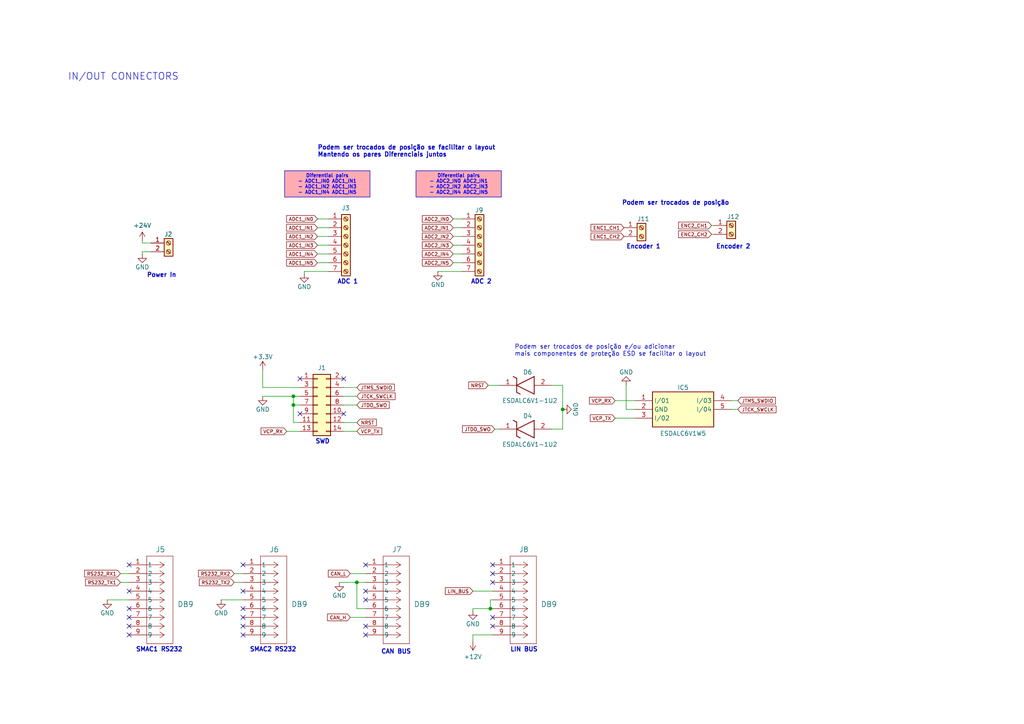
<source format=kicad_sch>
(kicad_sch (version 20250114) (generator "eeschema") (generator_version "9.0")
  (paper "A4")
  (title_block (title "STM32F7 KeyTestBox") (date "2023-08-17") (rev "V1.0") (company "Preh"))
  (lib_symbols
    (symbol "Conn_DB9:2301843-1" (pin_names (offset 0.254))
      (property "Reference" "J" (at 8.89 6.35 0))
      (property "Value" "2301843-1" (at 0 0 0))
      (symbol "2301843-1_1_1"
        (polyline (pts (xy 5.08 2.54) (xy 5.08 -22.86)) (stroke (width 0.127)))
        (polyline (pts (xy 5.08 -22.86) (xy 12.7 -22.86)) (stroke (width 0.127)))
        (polyline (pts (xy 10.16 0) (xy 5.08 0)) (stroke (width 0.127)))
        (polyline (pts (xy 10.16 0) (xy 8.89 0.8467)) (stroke (width 0.127)))
        (polyline (pts (xy 10.16 0) (xy 8.89 -0.8467)) (stroke (width 0.127)))
        (polyline (pts (xy 10.16 -2.54) (xy 5.08 -2.54)) (stroke (width 0.127)))
        (polyline (pts (xy 10.16 -2.54) (xy 8.89 -1.6933)) (stroke (width 0.127)))
        (polyline (pts (xy 10.16 -2.54) (xy 8.89 -3.3867)) (stroke (width 0.127)))
        (polyline (pts (xy 10.16 -5.08) (xy 5.08 -5.08)) (stroke (width 0.127)))
        (polyline (pts (xy 10.16 -5.08) (xy 8.89 -4.2333)) (stroke (width 0.127)))
        (polyline (pts (xy 10.16 -5.08) (xy 8.89 -5.9267)) (stroke (width 0.127)))
        (polyline (pts (xy 10.16 -7.62) (xy 5.08 -7.62)) (stroke (width 0.127)))
        (polyline (pts (xy 10.16 -7.62) (xy 8.89 -6.7733)) (stroke (width 0.127)))
        (polyline (pts (xy 10.16 -7.62) (xy 8.89 -8.4667)) (stroke (width 0.127)))
        (polyline (pts (xy 10.16 -10.16) (xy 5.08 -10.16)) (stroke (width 0.127)))
        (polyline (pts (xy 10.16 -10.16) (xy 8.89 -9.3133)) (stroke (width 0.127)))
        (polyline (pts (xy 10.16 -10.16) (xy 8.89 -11.0067)) (stroke (width 0.127)))
        (polyline (pts (xy 10.16 -12.7) (xy 5.08 -12.7)) (stroke (width 0.127)))
        (polyline (pts (xy 10.16 -12.7) (xy 8.89 -11.8533)) (stroke (width 0.127)))
        (polyline (pts (xy 10.16 -12.7) (xy 8.89 -13.5467)) (stroke (width 0.127)))
        (polyline (pts (xy 10.16 -15.24) (xy 5.08 -15.24)) (stroke (width 0.127)))
        (polyline (pts (xy 10.16 -15.24) (xy 8.89 -14.3933)) (stroke (width 0.127)))
        (polyline (pts (xy 10.16 -15.24) (xy 8.89 -16.0867)) (stroke (width 0.127)))
        (polyline (pts (xy 10.16 -17.78) (xy 5.08 -17.78)) (stroke (width 0.127)))
        (polyline (pts (xy 10.16 -17.78) (xy 8.89 -16.9333)) (stroke (width 0.127)))
        (polyline (pts (xy 10.16 -17.78) (xy 8.89 -18.6267)) (stroke (width 0.127)))
        (polyline (pts (xy 10.16 -20.32) (xy 5.08 -20.32)) (stroke (width 0.127)))
        (polyline (pts (xy 10.16 -20.32) (xy 8.89 -19.4733)) (stroke (width 0.127)))
        (polyline (pts (xy 10.16 -20.32) (xy 8.89 -21.1667)) (stroke (width 0.127)))
        (polyline (pts (xy 12.7 2.54) (xy 5.08 2.54)) (stroke (width 0.127)))
        (polyline (pts (xy 12.7 -22.86) (xy 12.7 2.54)) (stroke (width 0.127)))
        (pin unspecified line (at 0 0 0) (length 5.08) (name "1") (number "1"))
        (pin unspecified line (at 0 -2.54 0) (length 5.08) (name "2") (number "2"))
        (pin unspecified line (at 0 -5.08 0) (length 5.08) (name "3") (number "3"))
        (pin unspecified line (at 0 -7.62 0) (length 5.08) (name "4") (number "4"))
        (pin unspecified line (at 0 -10.16 0) (length 5.08) (name "5") (number "5"))
        (pin unspecified line (at 0 -12.7 0) (length 5.08) (name "6") (number "6"))
        (pin unspecified line (at 0 -15.24 0) (length 5.08) (name "7") (number "7"))
        (pin unspecified line (at 0 -17.78 0) (length 5.08) (name "8") (number "8"))
        (pin unspecified line (at 0 -20.32 0) (length 5.08) (name "9") (number "9"))
      )
      (symbol "2301843-1_1_2"
        (polyline (pts (xy 5.08 2.54) (xy 5.08 -22.86)) (stroke (width 0.127)))
        (polyline (pts (xy 5.08 -22.86) (xy 12.7 -22.86)) (stroke (width 0.127)))
        (polyline (pts (xy 7.62 0) (xy 5.08 0)) (stroke (width 0.127)))
        (polyline (pts (xy 7.62 0) (xy 8.89 0.8467)) (stroke (width 0.127)))
        (polyline (pts (xy 7.62 0) (xy 8.89 -0.8467)) (stroke (width 0.127)))
        (polyline (pts (xy 7.62 -2.54) (xy 5.08 -2.54)) (stroke (width 0.127)))
        (polyline (pts (xy 7.62 -2.54) (xy 8.89 -1.6933)) (stroke (width 0.127)))
        (polyline (pts (xy 7.62 -2.54) (xy 8.89 -3.3867)) (stroke (width 0.127)))
        (polyline (pts (xy 7.62 -5.08) (xy 5.08 -5.08)) (stroke (width 0.127)))
        (polyline (pts (xy 7.62 -5.08) (xy 8.89 -4.2333)) (stroke (width 0.127)))
        (polyline (pts (xy 7.62 -5.08) (xy 8.89 -5.9267)) (stroke (width 0.127)))
        (polyline (pts (xy 7.62 -7.62) (xy 5.08 -7.62)) (stroke (width 0.127)))
        (polyline (pts (xy 7.62 -7.62) (xy 8.89 -6.7733)) (stroke (width 0.127)))
        (polyline (pts (xy 7.62 -7.62) (xy 8.89 -8.4667)) (stroke (width 0.127)))
        (polyline (pts (xy 7.62 -10.16) (xy 5.08 -10.16)) (stroke (width 0.127)))
        (polyline (pts (xy 7.62 -10.16) (xy 8.89 -9.3133)) (stroke (width 0.127)))
        (polyline (pts (xy 7.62 -10.16) (xy 8.89 -11.0067)) (stroke (width 0.127)))
        (polyline (pts (xy 7.62 -12.7) (xy 5.08 -12.7)) (stroke (width 0.127)))
        (polyline (pts (xy 7.62 -12.7) (xy 8.89 -11.8533)) (stroke (width 0.127)))
        (polyline (pts (xy 7.62 -12.7) (xy 8.89 -13.5467)) (stroke (width 0.127)))
        (polyline (pts (xy 7.62 -15.24) (xy 5.08 -15.24)) (stroke (width 0.127)))
        (polyline (pts (xy 7.62 -15.24) (xy 8.89 -14.3933)) (stroke (width 0.127)))
        (polyline (pts (xy 7.62 -15.24) (xy 8.89 -16.0867)) (stroke (width 0.127)))
        (polyline (pts (xy 7.62 -17.78) (xy 5.08 -17.78)) (stroke (width 0.127)))
        (polyline (pts (xy 7.62 -17.78) (xy 8.89 -16.9333)) (stroke (width 0.127)))
        (polyline (pts (xy 7.62 -17.78) (xy 8.89 -18.6267)) (stroke (width 0.127)))
        (polyline (pts (xy 7.62 -20.32) (xy 5.08 -20.32)) (stroke (width 0.127)))
        (polyline (pts (xy 7.62 -20.32) (xy 8.89 -19.4733)) (stroke (width 0.127)))
        (polyline (pts (xy 7.62 -20.32) (xy 8.89 -21.1667)) (stroke (width 0.127)))
        (polyline (pts (xy 12.7 2.54) (xy 5.08 2.54)) (stroke (width 0.127)))
        (polyline (pts (xy 12.7 -22.86) (xy 12.7 2.54)) (stroke (width 0.127)))
        (pin unspecified line (at 0 0 0) (length 5.08) (name "1") (number "1"))
        (pin unspecified line (at 0 -2.54 0) (length 5.08) (name "2") (number "2"))
        (pin unspecified line (at 0 -5.08 0) (length 5.08) (name "3") (number "3"))
        (pin unspecified line (at 0 -7.62 0) (length 5.08) (name "4") (number "4"))
        (pin unspecified line (at 0 -10.16 0) (length 5.08) (name "5") (number "5"))
        (pin unspecified line (at 0 -12.7 0) (length 5.08) (name "6") (number "6"))
        (pin unspecified line (at 0 -15.24 0) (length 5.08) (name "7") (number "7"))
        (pin unspecified line (at 0 -17.78 0) (length 5.08) (name "8") (number "8"))
        (pin unspecified line (at 0 -20.32 0) (length 5.08) (name "9") (number "9"))
      )
    )
    (symbol "Connector:Screw_Terminal_01x02" (pin_names (offset 1.016) (hide yes))
      (property "Reference" "J" (at 0 2.54 0))
      (property "Value" "Screw_Terminal_01x02" (at 0 -5.08 0))
      (symbol "Screw_Terminal_01x02_1_1"
        (rectangle (start -1.27 1.27) (end 1.27 -3.81) (stroke (width 0.254)) (fill (type background)))
        (polyline (pts (xy -0.5334 0.3302) (xy 0.3302 -0.508)) (stroke (width 0.1524)))
        (polyline (pts (xy -0.5334 -2.2098) (xy 0.3302 -3.048)) (stroke (width 0.1524)))
        (polyline (pts (xy -0.3556 0.508) (xy 0.508 -0.3302)) (stroke (width 0.1524)))
        (polyline (pts (xy -0.3556 -2.032) (xy 0.508 -2.8702)) (stroke (width 0.1524)))
        (circle (center 0 0) (radius 0.635) (stroke (width 0.1524)))
        (circle (center 0 -2.54) (radius 0.635) (stroke (width 0.1524)))
        (pin passive line (at -5.08 0 0) (length 3.81) (name "Pin_1") (number "1"))
        (pin passive line (at -5.08 -2.54 0) (length 3.81) (name "Pin_2") (number "2"))
      )
    )
    (symbol "Connector:Screw_Terminal_01x07" (pin_names (offset 1.016) (hide yes))
      (property "Reference" "J" (at 0 10.16 0))
      (property "Value" "Screw_Terminal_01x07" (at 0 -10.16 0))
      (symbol "Screw_Terminal_01x07_1_1"
        (rectangle (start -1.27 8.89) (end 1.27 -8.89) (stroke (width 0.254)) (fill (type background)))
        (polyline (pts (xy -0.5334 7.9502) (xy 0.3302 7.112)) (stroke (width 0.1524)))
        (polyline (pts (xy -0.5334 5.4102) (xy 0.3302 4.572)) (stroke (width 0.1524)))
        (polyline (pts (xy -0.5334 2.8702) (xy 0.3302 2.032)) (stroke (width 0.1524)))
        (polyline (pts (xy -0.5334 0.3302) (xy 0.3302 -0.508)) (stroke (width 0.1524)))
        (polyline (pts (xy -0.5334 -2.2098) (xy 0.3302 -3.048)) (stroke (width 0.1524)))
        (polyline (pts (xy -0.5334 -4.7498) (xy 0.3302 -5.588)) (stroke (width 0.1524)))
        (polyline (pts (xy -0.5334 -7.2898) (xy 0.3302 -8.128)) (stroke (width 0.1524)))
        (polyline (pts (xy -0.3556 8.128) (xy 0.508 7.2898)) (stroke (width 0.1524)))
        (polyline (pts (xy -0.3556 5.588) (xy 0.508 4.7498)) (stroke (width 0.1524)))
        (polyline (pts (xy -0.3556 3.048) (xy 0.508 2.2098)) (stroke (width 0.1524)))
        (polyline (pts (xy -0.3556 0.508) (xy 0.508 -0.3302)) (stroke (width 0.1524)))
        (polyline (pts (xy -0.3556 -2.032) (xy 0.508 -2.8702)) (stroke (width 0.1524)))
        (polyline (pts (xy -0.3556 -4.572) (xy 0.508 -5.4102)) (stroke (width 0.1524)))
        (polyline (pts (xy -0.3556 -7.112) (xy 0.508 -7.9502)) (stroke (width 0.1524)))
        (circle (center 0 7.62) (radius 0.635) (stroke (width 0.1524)))
        (circle (center 0 5.08) (radius 0.635) (stroke (width 0.1524)))
        (circle (center 0 2.54) (radius 0.635) (stroke (width 0.1524)))
        (circle (center 0 0) (radius 0.635) (stroke (width 0.1524)))
        (circle (center 0 -2.54) (radius 0.635) (stroke (width 0.1524)))
        (circle (center 0 -5.08) (radius 0.635) (stroke (width 0.1524)))
        (circle (center 0 -7.62) (radius 0.635) (stroke (width 0.1524)))
        (pin passive line (at -5.08 7.62 0) (length 3.81) (name "Pin_1") (number "1"))
        (pin passive line (at -5.08 5.08 0) (length 3.81) (name "Pin_2") (number "2"))
        (pin passive line (at -5.08 2.54 0) (length 3.81) (name "Pin_3") (number "3"))
        (pin passive line (at -5.08 0 0) (length 3.81) (name "Pin_4") (number "4"))
        (pin passive line (at -5.08 -2.54 0) (length 3.81) (name "Pin_5") (number "5"))
        (pin passive line (at -5.08 -5.08 0) (length 3.81) (name "Pin_6") (number "6"))
        (pin passive line (at -5.08 -7.62 0) (length 3.81) (name "Pin_7") (number "7"))
      )
    )
    (symbol "Connector_Generic:Conn_02x07_Odd_Even" (pin_names (offset 1.016) (hide yes))
      (property "Reference" "J" (at 1.27 10.16 0))
      (property "Value" "Conn_02x07_Odd_Even" (at 1.27 -10.16 0))
      (symbol "Conn_02x07_Odd_Even_1_1"
        (rectangle (start -1.27 8.89) (end 3.81 -8.89) (stroke (width 0.254)) (fill (type background)))
        (rectangle (start -1.27 7.747) (end 0 7.493) (stroke (width 0.1524)))
        (rectangle (start -1.27 5.207) (end 0 4.953) (stroke (width 0.1524)))
        (rectangle (start -1.27 2.667) (end 0 2.413) (stroke (width 0.1524)))
        (rectangle (start -1.27 0.127) (end 0 -0.127) (stroke (width 0.1524)))
        (rectangle (start -1.27 -2.413) (end 0 -2.667) (stroke (width 0.1524)))
        (rectangle (start -1.27 -4.953) (end 0 -5.207) (stroke (width 0.1524)))
        (rectangle (start -1.27 -7.493) (end 0 -7.747) (stroke (width 0.1524)))
        (rectangle (start 3.81 7.747) (end 2.54 7.493) (stroke (width 0.1524)))
        (rectangle (start 3.81 5.207) (end 2.54 4.953) (stroke (width 0.1524)))
        (rectangle (start 3.81 2.667) (end 2.54 2.413) (stroke (width 0.1524)))
        (rectangle (start 3.81 0.127) (end 2.54 -0.127) (stroke (width 0.1524)))
        (rectangle (start 3.81 -2.413) (end 2.54 -2.667) (stroke (width 0.1524)))
        (rectangle (start 3.81 -4.953) (end 2.54 -5.207) (stroke (width 0.1524)))
        (rectangle (start 3.81 -7.493) (end 2.54 -7.747) (stroke (width 0.1524)))
        (pin passive line (at -5.08 7.62 0) (length 3.81) (name "Pin_1") (number "1"))
        (pin passive line (at -5.08 5.08 0) (length 3.81) (name "Pin_3") (number "3"))
        (pin passive line (at -5.08 2.54 0) (length 3.81) (name "Pin_5") (number "5"))
        (pin passive line (at -5.08 0 0) (length 3.81) (name "Pin_7") (number "7"))
        (pin passive line (at -5.08 -2.54 0) (length 3.81) (name "Pin_9") (number "9"))
        (pin passive line (at -5.08 -5.08 0) (length 3.81) (name "Pin_11") (number "11"))
        (pin passive line (at -5.08 -7.62 0) (length 3.81) (name "Pin_13") (number "13"))
        (pin passive line (at 7.62 7.62 180) (length 3.81) (name "Pin_2") (number "2"))
        (pin passive line (at 7.62 5.08 180) (length 3.81) (name "Pin_4") (number "4"))
        (pin passive line (at 7.62 2.54 180) (length 3.81) (name "Pin_6") (number "6"))
        (pin passive line (at 7.62 0 180) (length 3.81) (name "Pin_8") (number "8"))
        (pin passive line (at 7.62 -2.54 180) (length 3.81) (name "Pin_10") (number "10"))
        (pin passive line (at 7.62 -5.08 180) (length 3.81) (name "Pin_12") (number "12"))
        (pin passive line (at 7.62 -7.62 180) (length 3.81) (name "Pin_14") (number "14"))
      )
    )
    (symbol "ESDALC6V1-1U2:ESDALC6V1-1U2" (pin_names (hide yes))
      (property "Reference" "D" (at 10.16 8.89 0))
      (property "Value" "ESDALC6V1-1U2" (at 10.16 6.35 0))
      (symbol "ESDALC6V1-1U2_1_1"
        (polyline (pts (xy 4.064 2.54) (xy 5.08 2.032)) (stroke (width 0.254)))
        (polyline (pts (xy 5.08 0) (xy 10.16 2.54)) (stroke (width 0.254)))
        (polyline (pts (xy 5.08 -2.032) (xy 5.08 2.032)) (stroke (width 0.254)))
        (polyline (pts (xy 5.08 -2.032) (xy 6.096 -2.54)) (stroke (width 0.254)))
        (polyline (pts (xy 10.16 -2.54) (xy 5.08 0)) (stroke (width 0.254)))
        (polyline (pts (xy 10.16 -2.54) (xy 10.16 2.54)) (stroke (width 0.254)))
        (pin passive line (at 0 0 0) (length 5.08) (name "K") (number "1"))
        (pin passive line (at 15.24 0 180) (length 5.08) (name "A") (number "2"))
      )
    )
    (symbol "ESDALC6V1W5:ESDALC6V1W5"
      (property "Reference" "IC" (at 24.13 7.62 0))
      (property "Value" "ESDALC6V1W5" (at 24.13 5.08 0))
      (symbol "ESDALC6V1W5_1_1"
        (rectangle (start 5.08 2.54) (end 22.86 -7.62) (stroke (width 0.254)) (fill (type background)))
        (pin passive line (at 0 0 0) (length 5.08) (name "I/01") (number "1"))
        (pin passive line (at 0 -2.54 0) (length 5.08) (name "GND") (number "2"))
        (pin passive line (at 0 -5.08 0) (length 5.08) (name "I/02") (number "3"))
        (pin passive line (at 27.94 0 180) (length 5.08) (name "I/03") (number "4"))
        (pin passive line (at 27.94 -2.54 180) (length 5.08) (name "I/04") (number "5"))
      )
    )
    (symbol "power:+12V" (power) (pin_names (offset 0))
      (property "Value" "+12V" (at 0 3.556 0))
      (symbol "+12V_0_1"
        (polyline (pts (xy -0.762 1.27) (xy 0 2.54)))
        (polyline (pts (xy 0 2.54) (xy 0.762 1.27)))
        (polyline (pts (xy 0 0) (xy 0 2.54)))
      )
      (symbol "+12V_1_1"
        (pin power_in line (at 0 0 90) (length 0) (hide yes) (name "+12V") (number "1"))
      )
    )
    (symbol "power:+24V" (power) (pin_names (offset 0))
      (property "Value" "+24V" (at 0 3.556 0))
      (symbol "+24V_0_1"
        (polyline (pts (xy -0.762 1.27) (xy 0 2.54)))
        (polyline (pts (xy 0 2.54) (xy 0.762 1.27)))
        (polyline (pts (xy 0 0) (xy 0 2.54)))
      )
      (symbol "+24V_1_1"
        (pin power_in line (at 0 0 90) (length 0) (hide yes) (name "+24V") (number "1"))
      )
    )
    (symbol "power:+3.3V" (power) (pin_names (offset 0))
      (property "Value" "+3.3V" (at 0 3.556 0))
      (symbol "+3.3V_0_1"
        (polyline (pts (xy -0.762 1.27) (xy 0 2.54)))
        (polyline (pts (xy 0 2.54) (xy 0.762 1.27)))
        (polyline (pts (xy 0 0) (xy 0 2.54)))
      )
      (symbol "+3.3V_1_1"
        (pin power_in line (at 0 0 90) (length 0) (hide yes) (name "+3.3V") (number "1"))
      )
    )
    (symbol "power:GND" (power) (pin_names (offset 0))
      (property "Value" "GND" (at 0 -3.81 0))
      (symbol "GND_0_1"
        (polyline (pts (xy 0 0) (xy 0 -1.27) (xy 1.27 -1.27) (xy 0 -2.54) (xy -1.27 -1.27) (xy 0 -1.27)))
      )
      (symbol "GND_1_1"
        (pin power_in line (at 0 0 270) (length 0) (hide yes) (name "GND") (number "1"))
      )
    )
  )
  (text "IN/OUT CONNECTORS" (at 19.685 23.495 0) (effects (font (size 2 2)) (justify left bottom)))
  (text "SWD" (at 91.44 128.905 0) (effects (font (size 1.27 1.27) (bold yes)) (justify left bottom)))
  (text "CAN BUS" (at 110.49 189.865 0) (effects (font (size 1.27 1.27) (bold yes)) (justify left bottom)))
  (text "SMAC1 RS232" (at 39.37 189.23 0) (effects (font (size 1.27 1.27) (bold yes)) (justify left bottom)))
  (text "ADC 1" (at 97.79 82.55 0) (effects (font (size 1.27 1.27) (bold yes)) (justify left bottom)))
  (text "LIN BUS" (at 147.955 189.23 0) (effects (font (size 1.27 1.27) (bold yes)) (justify left bottom)))
  (text "Encoder 1" (at 181.61 72.39 0) (effects (font (size 1.27 1.27) (bold yes)) (justify left bottom)))
  (text "Podem ser trocados de posição" (at 180.34 59.69 0) (effects (font (size 1.27 1.27) (bold yes)) (justify left bottom)))
  (text "Podem ser trocados de posição e/ou adicionar\nmais componentes de proteção ESD se facilitar o layout" (at 149.225 103.505 0) (effects (font (size 1.27 1.27)) (justify left bottom)))
  (text "Encoder 2" (at 207.645 72.39 0) (effects (font (size 1.27 1.27) (bold yes)) (justify left bottom)))
  (text "SMAC2 RS232" (at 72.39 189.23 0) (effects (font (size 1.27 1.27) (bold yes)) (justify left bottom)))
  (text "Power In" (at 42.545 80.645 0) (effects (font (size 1.27 1.27) (bold yes)) (justify left bottom)))
  (text "Podem ser trocados de posição se facilitar o layout\nMantendo os pares Diferenciais juntos\n" (at 92.075 45.72 0) (effects (font (size 1.27 1.27) (bold yes)) (justify left bottom)))
  (text "ADC 2" (at 136.525 82.55 0) (effects (font (size 1.27 1.27) (bold yes)) (justify left bottom)))
  (text_box "Diferential pairs\n- ADC2_IN0 ADC2_IN1\n- ADC2_IN2 ADC2_IN3\n- ADC2_IN4 ADC2_IN5" (at 120.65 49.53 0) (size 24.765 7.62) (margins 0.75 0.75 0.75 0.75) (fill (type color) (color 255 47 64 0.4)) (effects (font (size 1 1) (thickness 0.2) (bold yes)) (justify top)))
  (text_box "Diferential pairs\n- ADC1_IN0 ADC1_IN1\n- ADC1_IN2 ADC1_IN3\n- ADC1_IN4 ADC1_IN5" (at 82.55 49.53 0) (size 24.765 7.62) (margins 0.75 0.75 0.75 0.75) (fill (type color) (color 255 47 64 0.4)) (effects (font (size 1 1) (thickness 0.2) (bold yes)) (justify top)))
  (junction (at 163.195 118.745))
  (junction (at 103.505 168.91))
  (junction (at 142.24 176.53))
  (junction (at 85.09 117.475))
  (junction (at 85.09 114.935))
  (no_connect (at 106.045 171.45))
  (no_connect (at 70.485 179.07))
  (no_connect (at 86.995 120.015))
  (no_connect (at 37.465 176.53))
  (no_connect (at 106.045 184.15))
  (no_connect (at 99.695 109.855))
  (no_connect (at 142.875 168.91))
  (no_connect (at 106.045 181.61))
  (no_connect (at 142.875 181.61))
  (no_connect (at 70.485 163.83))
  (no_connect (at 142.875 166.37))
  (no_connect (at 37.465 179.07))
  (no_connect (at 70.485 171.45))
  (no_connect (at 106.045 173.99))
  (no_connect (at 86.995 109.855))
  (no_connect (at 142.875 163.83))
  (no_connect (at 37.465 184.15))
  (no_connect (at 37.465 171.45))
  (no_connect (at 70.485 176.53))
  (no_connect (at 70.485 184.15))
  (no_connect (at 106.045 163.83))
  (no_connect (at 37.465 181.61))
  (no_connect (at 99.695 120.015))
  (no_connect (at 37.465 163.83))
  (no_connect (at 142.875 179.07))
  (no_connect (at 70.485 181.61))
  (wire (pts (xy 99.695 122.555) (xy 103.505 122.555)))
  (wire (pts (xy 181.61 118.745) (xy 184.15 118.745)))
  (wire (pts (xy 98.425 168.91) (xy 103.505 168.91)))
  (wire (pts (xy 99.695 117.475) (xy 103.505 117.475)))
  (wire (pts (xy 31.115 173.99) (xy 37.465 173.99)))
  (wire (pts (xy 212.09 118.745) (xy 213.995 118.745)))
  (wire (pts (xy 88.265 78.74) (xy 95.25 78.74)))
  (wire (pts (xy 92.075 66.04) (xy 95.25 66.04)))
  (wire (pts (xy 41.275 73.66) (xy 41.275 73.025)))
  (wire (pts (xy 92.075 63.5) (xy 95.25 63.5)))
  (wire (pts (xy 163.195 118.745) (xy 163.195 111.76)))
  (wire (pts (xy 212.09 116.205) (xy 213.995 116.205)))
  (wire (pts (xy 131.445 76.2) (xy 133.985 76.2)))
  (wire (pts (xy 85.09 114.935) (xy 86.995 114.935)))
  (wire (pts (xy 92.075 73.66) (xy 95.25 73.66)))
  (wire (pts (xy 131.445 68.58) (xy 133.985 68.58)))
  (wire (pts (xy 131.445 71.12) (xy 133.985 71.12)))
  (wire (pts (xy 85.09 117.475) (xy 85.09 114.935)))
  (wire (pts (xy 99.695 125.095) (xy 103.505 125.095)))
  (wire (pts (xy 67.945 166.37) (xy 70.485 166.37)))
  (wire (pts (xy 41.275 73.025) (xy 43.815 73.025)))
  (wire (pts (xy 181.61 111.76) (xy 181.61 118.745)))
  (wire (pts (xy 137.16 184.15) (xy 142.875 184.15)))
  (wire (pts (xy 142.24 173.99) (xy 142.24 176.53)))
  (wire (pts (xy 92.075 68.58) (xy 95.25 68.58)))
  (wire (pts (xy 160.02 124.46) (xy 163.195 124.46)))
  (wire (pts (xy 88.265 79.375) (xy 88.265 78.74)))
  (wire (pts (xy 41.275 70.485) (xy 43.815 70.485)))
  (wire (pts (xy 131.445 66.04) (xy 133.985 66.04)))
  (wire (pts (xy 142.875 173.99) (xy 142.24 173.99)))
  (wire (pts (xy 143.51 124.46) (xy 144.78 124.46)))
  (wire (pts (xy 99.695 114.935) (xy 103.505 114.935)))
  (wire (pts (xy 137.16 171.45) (xy 142.875 171.45)))
  (wire (pts (xy 85.09 122.555) (xy 85.09 117.475)))
  (wire (pts (xy 41.275 69.85) (xy 41.275 70.485)))
  (wire (pts (xy 92.075 71.12) (xy 95.25 71.12)))
  (wire (pts (xy 86.995 117.475) (xy 85.09 117.475)))
  (wire (pts (xy 103.505 176.53) (xy 103.505 168.91)))
  (wire (pts (xy 76.2 114.935) (xy 85.09 114.935)))
  (wire (pts (xy 207.01 65.405) (xy 206.375 65.405)))
  (wire (pts (xy 137.16 177.165) (xy 137.16 176.53)))
  (wire (pts (xy 127 78.74) (xy 133.985 78.74)))
  (wire (pts (xy 178.435 121.285) (xy 184.15 121.285)))
  (wire (pts (xy 131.445 73.66) (xy 133.985 73.66)))
  (wire (pts (xy 76.2 112.395) (xy 86.995 112.395)))
  (wire (pts (xy 83.185 125.095) (xy 86.995 125.095)))
  (wire (pts (xy 101.6 166.37) (xy 106.045 166.37)))
  (wire (pts (xy 34.925 166.37) (xy 37.465 166.37)))
  (wire (pts (xy 142.24 176.53) (xy 142.875 176.53)))
  (wire (pts (xy 178.435 116.205) (xy 184.15 116.205)))
  (wire (pts (xy 34.925 168.91) (xy 37.465 168.91)))
  (wire (pts (xy 101.6 179.07) (xy 106.045 179.07)))
  (wire (pts (xy 99.695 112.395) (xy 103.505 112.395)))
  (wire (pts (xy 163.195 118.745) (xy 163.195 124.46)))
  (wire (pts (xy 106.045 176.53) (xy 103.505 176.53)))
  (wire (pts (xy 206.375 67.945) (xy 207.01 67.945)))
  (wire (pts (xy 67.945 168.91) (xy 70.485 168.91)))
  (wire (pts (xy 103.505 168.91) (xy 106.045 168.91)))
  (wire (pts (xy 86.995 122.555) (xy 85.09 122.555)))
  (wire (pts (xy 141.605 111.76) (xy 144.78 111.76)))
  (wire (pts (xy 163.195 111.76) (xy 160.02 111.76)))
  (wire (pts (xy 137.16 186.055) (xy 137.16 184.15)))
  (wire (pts (xy 137.16 176.53) (xy 142.24 176.53)))
  (wire (pts (xy 92.075 76.2) (xy 95.25 76.2)))
  (wire (pts (xy 76.2 107.315) (xy 76.2 112.395)))
  (wire (pts (xy 131.445 63.5) (xy 133.985 63.5)))
  (wire (pts (xy 64.135 173.99) (xy 70.485 173.99)))
  (global_label "VCP_TX" (shape input) (at 103.505 125.095 0) (effects (font (size 1 1))) (property "Intersheetrefs" "${INTERSHEET_REFS}" (effects (hide yes))))
  (global_label "ADC1_IN1" (shape input) (at 92.075 66.04 180) (effects (font (size 1 1))) (property "Intersheetrefs" "${INTERSHEET_REFS}" (effects (hide yes))))
  (global_label "JTMS_SWDIO" (shape input) (at 213.995 116.205 0) (effects (font (size 1 1))) (property "Intersheetrefs" "${INTERSHEET_REFS}" (effects (hide yes))))
  (global_label "RS232_RX1" (shape input) (at 34.925 166.37 180) (effects (font (size 1 1))) (property "Intersheetrefs" "${INTERSHEET_REFS}" (effects (hide yes))))
  (global_label "RS232_TX1" (shape input) (at 34.925 168.91 180) (effects (font (size 1 1))) (property "Intersheetrefs" "${INTERSHEET_REFS}" (effects (hide yes))))
  (global_label "VCP_RX" (shape input) (at 178.435 116.205 180) (effects (font (size 1 1))) (property "Intersheetrefs" "${INTERSHEET_REFS}" (effects (hide yes))))
  (global_label "JTCK_SWCLK" (shape input) (at 103.505 114.935 0) (effects (font (size 1 1))) (property "Intersheetrefs" "${INTERSHEET_REFS}" (effects (hide yes))))
  (global_label "JTDO_SWO" (shape input) (at 143.51 124.46 180) (effects (font (size 1 1))) (property "Intersheetrefs" "${INTERSHEET_REFS}" (effects (hide yes))))
  (global_label "RS232_TX2" (shape input) (at 67.945 168.91 180) (effects (font (size 1 1))) (property "Intersheetrefs" "${INTERSHEET_REFS}" (effects (hide yes))))
  (global_label "ADC2_IN5" (shape input) (at 131.445 76.2 180) (effects (font (size 1 1))) (property "Intersheetrefs" "${INTERSHEET_REFS}" (effects (hide yes))))
  (global_label "ADC2_IN1" (shape input) (at 131.445 66.04 180) (effects (font (size 1 1))) (property "Intersheetrefs" "${INTERSHEET_REFS}" (effects (hide yes))))
  (global_label "ADC1_IN4" (shape input) (at 92.075 73.66 180) (effects (font (size 1 1))) (property "Intersheetrefs" "${INTERSHEET_REFS}" (effects (hide yes))))
  (global_label "ENC1_CH2" (shape input) (at 180.975 68.58 180) (effects (font (size 1 1))) (property "Intersheetrefs" "${INTERSHEET_REFS}" (effects (hide yes))))
  (global_label "RS232_RX2" (shape input) (at 67.945 166.37 180) (effects (font (size 1 1))) (property "Intersheetrefs" "${INTERSHEET_REFS}" (effects (hide yes))))
  (global_label "CAN_L" (shape input) (at 101.6 166.37 180) (effects (font (size 1 1))) (property "Intersheetrefs" "${INTERSHEET_REFS}" (effects (hide yes))))
  (global_label "ADC2_IN4" (shape input) (at 131.445 73.66 180) (effects (font (size 1 1))) (property "Intersheetrefs" "${INTERSHEET_REFS}" (effects (hide yes))))
  (global_label "VCP_TX" (shape input) (at 178.435 121.285 180) (effects (font (size 1 1))) (property "Intersheetrefs" "${INTERSHEET_REFS}" (effects (hide yes))))
  (global_label "JTDO_SWO" (shape input) (at 103.505 117.475 0) (effects (font (size 1 1))) (property "Intersheetrefs" "${INTERSHEET_REFS}" (effects (hide yes))))
  (global_label "ENC2_CH1" (shape input) (at 206.375 65.405 180) (effects (font (size 1 1))) (property "Intersheetrefs" "${INTERSHEET_REFS}" (effects (hide yes))))
  (global_label "JTCK_SWCLK" (shape input) (at 213.995 118.745 0) (effects (font (size 1 1))) (property "Intersheetrefs" "${INTERSHEET_REFS}" (effects (hide yes))))
  (global_label "VCP_RX" (shape input) (at 83.185 125.095 180) (effects (font (size 1 1))) (property "Intersheetrefs" "${INTERSHEET_REFS}" (effects (hide yes))))
  (global_label "ADC2_IN2" (shape input) (at 131.445 68.58 180) (effects (font (size 1 1))) (property "Intersheetrefs" "${INTERSHEET_REFS}" (effects (hide yes))))
  (global_label "LIN_BUS" (shape input) (at 137.16 171.45 180) (effects (font (size 1 1))) (property "Intersheetrefs" "${INTERSHEET_REFS}" (effects (hide yes))))
  (global_label "ENC2_CH2" (shape input) (at 206.375 67.945 180) (effects (font (size 1 1))) (property "Intersheetrefs" "${INTERSHEET_REFS}" (effects (hide yes))))
  (global_label "JTMS_SWDIO" (shape input) (at 103.505 112.395 0) (effects (font (size 1 1))) (property "Intersheetrefs" "${INTERSHEET_REFS}" (effects (hide yes))))
  (global_label "NRST" (shape input) (at 103.505 122.555 0) (effects (font (size 1 1))) (property "Intersheetrefs" "${INTERSHEET_REFS}" (effects (hide yes))))
  (global_label "ADC1_IN2" (shape input) (at 92.075 68.58 180) (effects (font (size 1 1))) (property "Intersheetrefs" "${INTERSHEET_REFS}" (effects (hide yes))))
  (global_label "ADC2_IN0" (shape input) (at 131.445 63.5 180) (effects (font (size 1 1))) (property "Intersheetrefs" "${INTERSHEET_REFS}" (effects (hide yes))))
  (global_label "ADC1_IN0" (shape input) (at 92.075 63.5 180) (effects (font (size 1 1))) (property "Intersheetrefs" "${INTERSHEET_REFS}" (effects (hide yes))))
  (global_label "ADC1_IN5" (shape input) (at 92.075 76.2 180) (effects (font (size 1 1))) (property "Intersheetrefs" "${INTERSHEET_REFS}" (effects (hide yes))))
  (global_label "NRST" (shape input) (at 141.605 111.76 180) (effects (font (size 1 1))) (property "Intersheetrefs" "${INTERSHEET_REFS}" (effects (hide yes))))
  (global_label "ADC1_IN3" (shape input) (at 92.075 71.12 180) (effects (font (size 1 1))) (property "Intersheetrefs" "${INTERSHEET_REFS}" (effects (hide yes))))
  (global_label "ENC1_CH1" (shape input) (at 180.975 66.04 180) (effects (font (size 1 1))) (property "Intersheetrefs" "${INTERSHEET_REFS}" (effects (hide yes))))
  (global_label "ADC2_IN3" (shape input) (at 131.445 71.12 180) (effects (font (size 1 1))) (property "Intersheetrefs" "${INTERSHEET_REFS}" (effects (hide yes))))
  (global_label "CAN_H" (shape input) (at 101.6 179.07 180) (effects (font (size 1 1))) (property "Intersheetrefs" "${INTERSHEET_REFS}" (effects (hide yes))))
  (symbol (lib_id "power:GND") (at 88.265 79.375 0) (unit 1)
    (property "Reference" "#PWR015" (effects (hide yes)))
    (property "Value" "GND" (at 88.265 83.185 0))
  )
  (symbol (lib_id "Conn_DB9:2301843-1") (at 142.875 163.83 0) (unit 1)
    (property "Reference" "J8" (at 150.495 159.385 0) (effects (font (size 1.524 1.524)) (justify left)))
    (property "Value" "DB9" (at 156.845 175.26 0) (effects (font (size 1.524 1.524)) (justify left)))
    (property "Footprint" "Conn_DB9:CONN9X1_2286550-1_TEC" (effects (hide yes)))
    (property "Datasheet" "2301843-1" (effects (hide yes)))
  )
  (symbol (lib_id "ESDALC6V1-1U2:ESDALC6V1-1U2") (at 144.78 111.76 0) (unit 1)
    (property "Reference" "D6" (at 153.035 107.95 0))
    (property "Value" "ESDALC6V1-1U2" (at 153.67 116.205 0))
    (property "Footprint" "ESDALC6V11U2" (effects (hide yes)))
    (property "Datasheet" "http://www.st.com/web/en/resource/technical/document/datasheet/CD00212838.pdf" (effects (hide yes)))
    (property "Height" "0" (effects (hide yes)))
    (property "Mouser Part Number" "511-ESDALC6V1-1U2" (effects (hide yes)))
    (property "Mouser Price/Stock" "https://www.mouser.co.uk/ProductDetail/STMicroelectronics/ESDALC6V1-1U2?qs=dgCJ4P5xKlbGZPjlSTLhTA%3D%3D" (effects (hide yes)))
    (property "Manufacturer_Name" "STMicroelectronics" (effects (hide yes)))
    (property "Manufacturer_Part_Number" "ESDALC6V1-1U2" (effects (hide yes)))
  )
  (symbol (lib_id "power:GND") (at 98.425 168.91 0) (unit 1)
    (property "Reference" "#PWR082" (effects (hide yes)))
    (property "Value" "GND" (at 98.425 172.72 0))
  )
  (symbol (lib_id "power:+3.3V") (at 76.2 107.315 0) (unit 1)
    (property "Reference" "#PWR03" (effects (hide yes)))
    (property "Value" "+3.3V" (at 76.2 103.505 0))
  )
  (symbol (lib_id "Connector:Screw_Terminal_01x07") (at 100.33 71.12 0) (unit 1)
    (property "Reference" "J3" (at 99.06 60.325 0) (effects (justify left)))
    (property "Value" "Screw_Terminal_01x07" (effects (hide yes)))
    (property "Footprint" "7PIN_SCREW_CONN:SHDR7W100P0X508_1X7_3556X820X1000P" (effects (hide yes)))
  )
  (symbol (lib_id "power:GND") (at 76.2 114.935 0) (unit 1)
    (property "Reference" "#PWR010" (effects (hide yes)))
    (property "Value" "GND" (at 76.2 118.745 0))
  )
  (symbol (lib_id "Connector:Screw_Terminal_01x02") (at 186.055 66.04 0) (unit 1)
    (property "Reference" "J11" (at 184.785 63.5 0) (effects (justify left)))
    (property "Value" "Screw_Terminal_01x02" (effects (hide yes)))
    (property "Footprint" "2PIN_SCREW_CONN:TE_282837-2" (effects (hide yes)))
  )
  (symbol (lib_id "Conn_DB9:2301843-1") (at 106.045 163.83 0) (unit 1)
    (property "Reference" "J7" (at 113.665 159.385 0) (effects (font (size 1.524 1.524)) (justify left)))
    (property "Value" "DB9" (at 120.015 175.26 0) (effects (font (size 1.524 1.524)) (justify left)))
    (property "Footprint" "Conn_DB9:CONN9X1_2286550-1_TEC" (effects (hide yes)))
    (property "Datasheet" "2301843-1" (effects (hide yes)))
  )
  (symbol (lib_id "Connector_Generic:Conn_02x07_Odd_Even") (at 92.075 117.475 0) (unit 1)
    (property "Reference" "J1" (at 93.345 106.68 0))
    (property "Value" "Conn_02x07_Odd_Even" (effects (hide yes)))
    (property "Footprint" "SWD_CONN:SAMTEC_FTSH-107-01-L-DV-K-A" (effects (hide yes)))
  )
  (symbol (lib_id "Connector:Screw_Terminal_01x07") (at 139.065 71.12 0) (unit 1)
    (property "Reference" "J9" (at 137.795 60.96 0) (effects (justify left)))
    (property "Value" "Screw_Terminal_01x07" (effects (hide yes)))
    (property "Footprint" "7PIN_SCREW_CONN:SHDR7W100P0X508_1X7_3556X820X1000P" (effects (hide yes)))
  )
  (symbol (lib_id "power:+12V") (at 137.16 186.055 180) (unit 1)
    (property "Reference" "#PWR072" (effects (hide yes)))
    (property "Value" "+12V" (at 137.16 190.5 0))
  )
  (symbol (lib_id "Conn_DB9:2301843-1") (at 37.465 163.83 0) (unit 1)
    (property "Reference" "J5" (at 45.085 159.385 0) (effects (font (size 1.524 1.524)) (justify left)))
    (property "Value" "DB9" (at 51.435 175.26 0) (effects (font (size 1.524 1.524)) (justify left)))
    (property "Footprint" "Conn_DB9:CONN9X1_2286550-1_TEC" (effects (hide yes)))
    (property "Datasheet" "2301843-1" (effects (hide yes)))
  )
  (symbol (lib_id "power:GND") (at 31.115 173.99 0) (unit 1)
    (property "Reference" "#PWR083" (effects (hide yes)))
    (property "Value" "GND" (at 31.115 177.8 0))
  )
  (symbol (lib_id "ESDALC6V1W5:ESDALC6V1W5") (at 184.15 116.205 0) (unit 1)
    (property "Reference" "IC5" (at 198.12 112.395 0))
    (property "Value" "ESDALC6V1W5" (at 198.12 125.73 0))
    (property "Footprint" "SOT65P210X110-5N" (effects (hide yes)))
    (property "Datasheet" "http://www.st.com/web/en/resource/technical/document/datasheet/CD00002946.pdf" (effects (hide yes)))
    (property "Height" "1.1" (effects (hide yes)))
    (property "Mouser Part Number" "511-ESDALC6V1W5" (effects (hide yes)))
    (property "Mouser Price/Stock" "https://www.mouser.co.uk/ProductDetail/STMicroelectronics/ESDALC6V1W5?qs=C%2FEejvvdwQ4xcyFnfrFaDw%3D%3D" (effects (hide yes)))
    (property "Manufacturer_Name" "STMicroelectronics" (effects (hide yes)))
    (property "Manufacturer_Part_Number" "ESDALC6V1W5" (effects (hide yes)))
  )
  (symbol (lib_id "Connector:Screw_Terminal_01x02") (at 48.895 70.485 0) (unit 1)
    (property "Reference" "J2" (at 47.625 67.945 0) (effects (justify left)))
    (property "Value" "Screw_Terminal_01x02" (effects (hide yes)))
    (property "Footprint" "2PIN_SCREW_CONN:TE_282837-2" (effects (hide yes)))
  )
  (symbol (lib_id "Conn_DB9:2301843-1") (at 70.485 163.83 0) (unit 1)
    (property "Reference" "J6" (at 78.105 159.385 0) (effects (font (size 1.524 1.524)) (justify left)))
    (property "Value" "DB9" (at 84.455 175.26 0) (effects (font (size 1.524 1.524)) (justify left)))
    (property "Footprint" "Conn_DB9:CONN9X1_2286550-1_TEC" (effects (hide yes)))
    (property "Datasheet" "2301843-1" (effects (hide yes)))
  )
  (symbol (lib_id "power:GND") (at 64.135 173.99 0) (unit 1)
    (property "Reference" "#PWR084" (effects (hide yes)))
    (property "Value" "GND" (at 64.135 177.8 0))
  )
  (symbol (lib_id "power:GND") (at 181.61 111.76 180) (unit 1)
    (property "Reference" "#PWR011" (effects (hide yes)))
    (property "Value" "GND" (at 181.61 107.95 0))
  )
  (symbol (lib_id "power:+24V") (at 41.275 69.85 0) (unit 1)
    (property "Reference" "#PWR012" (effects (hide yes)))
    (property "Value" "+24V" (at 41.275 65.405 0))
  )
  (symbol (lib_id "power:GND") (at 127 78.74 0) (unit 1)
    (property "Reference" "#PWR016" (effects (hide yes)))
    (property "Value" "GND" (at 127 82.55 0))
  )
  (symbol (lib_id "Connector:Screw_Terminal_01x02") (at 212.09 65.405 0) (unit 1)
    (property "Reference" "J12" (at 210.82 62.865 0) (effects (justify left)))
    (property "Value" "Screw_Terminal_01x02" (effects (hide yes)))
    (property "Footprint" "2PIN_SCREW_CONN:TE_282837-2" (effects (hide yes)))
  )
  (symbol (lib_id "power:GND") (at 163.195 118.745 90) (unit 1)
    (property "Reference" "#PWR024" (effects (hide yes)))
    (property "Value" "GND" (at 167.005 118.745 0))
  )
  (symbol (lib_id "power:GND") (at 137.16 177.165 0) (unit 1)
    (property "Reference" "#PWR081" (effects (hide yes)))
    (property "Value" "GND" (at 137.16 180.975 0))
  )
  (symbol (lib_id "ESDALC6V1-1U2:ESDALC6V1-1U2") (at 144.78 124.46 0) (unit 1)
    (property "Reference" "D4" (at 153.035 120.65 0))
    (property "Value" "ESDALC6V1-1U2" (at 153.67 128.905 0))
    (property "Footprint" "ESDALC6V11U2" (effects (hide yes)))
    (property "Datasheet" "http://www.st.com/web/en/resource/technical/document/datasheet/CD00212838.pdf" (effects (hide yes)))
    (property "Height" "0" (effects (hide yes)))
    (property "Mouser Part Number" "511-ESDALC6V1-1U2" (effects (hide yes)))
    (property "Mouser Price/Stock" "https://www.mouser.co.uk/ProductDetail/STMicroelectronics/ESDALC6V1-1U2?qs=dgCJ4P5xKlbGZPjlSTLhTA%3D%3D" (effects (hide yes)))
    (property "Manufacturer_Name" "STMicroelectronics" (effects (hide yes)))
    (property "Manufacturer_Part_Number" "ESDALC6V1-1U2" (effects (hide yes)))
  )
  (symbol (lib_id "power:GND") (at 41.275 73.66 0) (unit 1)
    (property "Reference" "#PWR018" (effects (hide yes)))
    (property "Value" "GND" (at 41.275 77.47 0))
  )
)
</source>
